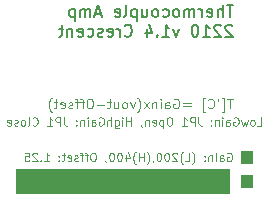
<source format=gbo>
G04 #@! TF.GenerationSoftware,KiCad,Pcbnew,(5.1.2)-1*
G04 #@! TF.CreationDate,2022-10-08T12:37:54+09:00*
G04 #@! TF.ProjectId,thamp,7468616d-702e-46b6-9963-61645f706362,v1.2*
G04 #@! TF.SameCoordinates,Original*
G04 #@! TF.FileFunction,Legend,Bot*
G04 #@! TF.FilePolarity,Positive*
%FSLAX46Y46*%
G04 Gerber Fmt 4.6, Leading zero omitted, Abs format (unit mm)*
G04 Created by KiCad (PCBNEW (5.1.2)-1) date 2022-10-08 12:37:54*
%MOMM*%
%LPD*%
G04 APERTURE LIST*
%ADD10C,0.120000*%
%ADD11C,0.100000*%
%ADD12C,0.150000*%
%ADD13C,1.102000*%
%ADD14C,3.302000*%
%ADD15O,1.802000X1.802000*%
%ADD16R,1.802000X1.802000*%
%ADD17C,3.102000*%
%ADD18R,3.102000X3.102000*%
G04 APERTURE END LIST*
D10*
X147400000Y-111816666D02*
X147733333Y-111816666D01*
X147733333Y-111116666D01*
X147066666Y-111816666D02*
X147133333Y-111783333D01*
X147166666Y-111750000D01*
X147200000Y-111683333D01*
X147200000Y-111483333D01*
X147166666Y-111416666D01*
X147133333Y-111383333D01*
X147066666Y-111350000D01*
X146966666Y-111350000D01*
X146900000Y-111383333D01*
X146866666Y-111416666D01*
X146833333Y-111483333D01*
X146833333Y-111683333D01*
X146866666Y-111750000D01*
X146900000Y-111783333D01*
X146966666Y-111816666D01*
X147066666Y-111816666D01*
X146600000Y-111350000D02*
X146466666Y-111816666D01*
X146333333Y-111483333D01*
X146200000Y-111816666D01*
X146066666Y-111350000D01*
X145433333Y-111150000D02*
X145500000Y-111116666D01*
X145600000Y-111116666D01*
X145700000Y-111150000D01*
X145766666Y-111216666D01*
X145800000Y-111283333D01*
X145833333Y-111416666D01*
X145833333Y-111516666D01*
X145800000Y-111650000D01*
X145766666Y-111716666D01*
X145700000Y-111783333D01*
X145600000Y-111816666D01*
X145533333Y-111816666D01*
X145433333Y-111783333D01*
X145400000Y-111750000D01*
X145400000Y-111516666D01*
X145533333Y-111516666D01*
X144800000Y-111816666D02*
X144800000Y-111450000D01*
X144833333Y-111383333D01*
X144900000Y-111350000D01*
X145033333Y-111350000D01*
X145100000Y-111383333D01*
X144800000Y-111783333D02*
X144866666Y-111816666D01*
X145033333Y-111816666D01*
X145100000Y-111783333D01*
X145133333Y-111716666D01*
X145133333Y-111650000D01*
X145100000Y-111583333D01*
X145033333Y-111550000D01*
X144866666Y-111550000D01*
X144800000Y-111516666D01*
X144466666Y-111816666D02*
X144466666Y-111350000D01*
X144466666Y-111116666D02*
X144500000Y-111150000D01*
X144466666Y-111183333D01*
X144433333Y-111150000D01*
X144466666Y-111116666D01*
X144466666Y-111183333D01*
X144133333Y-111350000D02*
X144133333Y-111816666D01*
X144133333Y-111416666D02*
X144100000Y-111383333D01*
X144033333Y-111350000D01*
X143933333Y-111350000D01*
X143866666Y-111383333D01*
X143833333Y-111450000D01*
X143833333Y-111816666D01*
X143500000Y-111750000D02*
X143466666Y-111783333D01*
X143500000Y-111816666D01*
X143533333Y-111783333D01*
X143500000Y-111750000D01*
X143500000Y-111816666D01*
X143500000Y-111383333D02*
X143466666Y-111416666D01*
X143500000Y-111450000D01*
X143533333Y-111416666D01*
X143500000Y-111383333D01*
X143500000Y-111450000D01*
X142433333Y-111116666D02*
X142433333Y-111616666D01*
X142466666Y-111716666D01*
X142533333Y-111783333D01*
X142633333Y-111816666D01*
X142700000Y-111816666D01*
X142100000Y-111816666D02*
X142100000Y-111116666D01*
X141833333Y-111116666D01*
X141766666Y-111150000D01*
X141733333Y-111183333D01*
X141700000Y-111250000D01*
X141700000Y-111350000D01*
X141733333Y-111416666D01*
X141766666Y-111450000D01*
X141833333Y-111483333D01*
X142100000Y-111483333D01*
X141033333Y-111816666D02*
X141433333Y-111816666D01*
X141233333Y-111816666D02*
X141233333Y-111116666D01*
X141300000Y-111216666D01*
X141366666Y-111283333D01*
X141433333Y-111316666D01*
X140066666Y-111116666D02*
X139933333Y-111116666D01*
X139866666Y-111150000D01*
X139800000Y-111216666D01*
X139766666Y-111350000D01*
X139766666Y-111583333D01*
X139800000Y-111716666D01*
X139866666Y-111783333D01*
X139933333Y-111816666D01*
X140066666Y-111816666D01*
X140133333Y-111783333D01*
X140200000Y-111716666D01*
X140233333Y-111583333D01*
X140233333Y-111350000D01*
X140200000Y-111216666D01*
X140133333Y-111150000D01*
X140066666Y-111116666D01*
X139466666Y-111350000D02*
X139466666Y-112050000D01*
X139466666Y-111383333D02*
X139400000Y-111350000D01*
X139266666Y-111350000D01*
X139200000Y-111383333D01*
X139166666Y-111416666D01*
X139133333Y-111483333D01*
X139133333Y-111683333D01*
X139166666Y-111750000D01*
X139200000Y-111783333D01*
X139266666Y-111816666D01*
X139400000Y-111816666D01*
X139466666Y-111783333D01*
X138566666Y-111783333D02*
X138633333Y-111816666D01*
X138766666Y-111816666D01*
X138833333Y-111783333D01*
X138866666Y-111716666D01*
X138866666Y-111450000D01*
X138833333Y-111383333D01*
X138766666Y-111350000D01*
X138633333Y-111350000D01*
X138566666Y-111383333D01*
X138533333Y-111450000D01*
X138533333Y-111516666D01*
X138866666Y-111583333D01*
X138233333Y-111350000D02*
X138233333Y-111816666D01*
X138233333Y-111416666D02*
X138200000Y-111383333D01*
X138133333Y-111350000D01*
X138033333Y-111350000D01*
X137966666Y-111383333D01*
X137933333Y-111450000D01*
X137933333Y-111816666D01*
X137566666Y-111783333D02*
X137566666Y-111816666D01*
X137600000Y-111883333D01*
X137633333Y-111916666D01*
X136733333Y-111816666D02*
X136733333Y-111116666D01*
X136733333Y-111450000D02*
X136333333Y-111450000D01*
X136333333Y-111816666D02*
X136333333Y-111116666D01*
X136000000Y-111816666D02*
X136000000Y-111350000D01*
X136000000Y-111116666D02*
X136033333Y-111150000D01*
X136000000Y-111183333D01*
X135966666Y-111150000D01*
X136000000Y-111116666D01*
X136000000Y-111183333D01*
X135366666Y-111350000D02*
X135366666Y-111916666D01*
X135400000Y-111983333D01*
X135433333Y-112016666D01*
X135500000Y-112050000D01*
X135600000Y-112050000D01*
X135666666Y-112016666D01*
X135366666Y-111783333D02*
X135433333Y-111816666D01*
X135566666Y-111816666D01*
X135633333Y-111783333D01*
X135666666Y-111750000D01*
X135700000Y-111683333D01*
X135700000Y-111483333D01*
X135666666Y-111416666D01*
X135633333Y-111383333D01*
X135566666Y-111350000D01*
X135433333Y-111350000D01*
X135366666Y-111383333D01*
X135033333Y-111816666D02*
X135033333Y-111116666D01*
X134733333Y-111816666D02*
X134733333Y-111450000D01*
X134766666Y-111383333D01*
X134833333Y-111350000D01*
X134933333Y-111350000D01*
X135000000Y-111383333D01*
X135033333Y-111416666D01*
X134033333Y-111150000D02*
X134100000Y-111116666D01*
X134200000Y-111116666D01*
X134300000Y-111150000D01*
X134366666Y-111216666D01*
X134400000Y-111283333D01*
X134433333Y-111416666D01*
X134433333Y-111516666D01*
X134400000Y-111650000D01*
X134366666Y-111716666D01*
X134300000Y-111783333D01*
X134200000Y-111816666D01*
X134133333Y-111816666D01*
X134033333Y-111783333D01*
X134000000Y-111750000D01*
X134000000Y-111516666D01*
X134133333Y-111516666D01*
X133400000Y-111816666D02*
X133400000Y-111450000D01*
X133433333Y-111383333D01*
X133500000Y-111350000D01*
X133633333Y-111350000D01*
X133700000Y-111383333D01*
X133400000Y-111783333D02*
X133466666Y-111816666D01*
X133633333Y-111816666D01*
X133700000Y-111783333D01*
X133733333Y-111716666D01*
X133733333Y-111650000D01*
X133700000Y-111583333D01*
X133633333Y-111550000D01*
X133466666Y-111550000D01*
X133400000Y-111516666D01*
X133066666Y-111816666D02*
X133066666Y-111350000D01*
X133066666Y-111116666D02*
X133100000Y-111150000D01*
X133066666Y-111183333D01*
X133033333Y-111150000D01*
X133066666Y-111116666D01*
X133066666Y-111183333D01*
X132733333Y-111350000D02*
X132733333Y-111816666D01*
X132733333Y-111416666D02*
X132700000Y-111383333D01*
X132633333Y-111350000D01*
X132533333Y-111350000D01*
X132466666Y-111383333D01*
X132433333Y-111450000D01*
X132433333Y-111816666D01*
X132100000Y-111750000D02*
X132066666Y-111783333D01*
X132100000Y-111816666D01*
X132133333Y-111783333D01*
X132100000Y-111750000D01*
X132100000Y-111816666D01*
X132100000Y-111383333D02*
X132066666Y-111416666D01*
X132100000Y-111450000D01*
X132133333Y-111416666D01*
X132100000Y-111383333D01*
X132100000Y-111450000D01*
X131033333Y-111116666D02*
X131033333Y-111616666D01*
X131066666Y-111716666D01*
X131133333Y-111783333D01*
X131233333Y-111816666D01*
X131300000Y-111816666D01*
X130700000Y-111816666D02*
X130700000Y-111116666D01*
X130433333Y-111116666D01*
X130366666Y-111150000D01*
X130333333Y-111183333D01*
X130300000Y-111250000D01*
X130300000Y-111350000D01*
X130333333Y-111416666D01*
X130366666Y-111450000D01*
X130433333Y-111483333D01*
X130700000Y-111483333D01*
X129633333Y-111816666D02*
X130033333Y-111816666D01*
X129833333Y-111816666D02*
X129833333Y-111116666D01*
X129900000Y-111216666D01*
X129966666Y-111283333D01*
X130033333Y-111316666D01*
X128400000Y-111750000D02*
X128433333Y-111783333D01*
X128533333Y-111816666D01*
X128600000Y-111816666D01*
X128700000Y-111783333D01*
X128766666Y-111716666D01*
X128800000Y-111650000D01*
X128833333Y-111516666D01*
X128833333Y-111416666D01*
X128800000Y-111283333D01*
X128766666Y-111216666D01*
X128700000Y-111150000D01*
X128600000Y-111116666D01*
X128533333Y-111116666D01*
X128433333Y-111150000D01*
X128400000Y-111183333D01*
X128000000Y-111816666D02*
X128066666Y-111783333D01*
X128100000Y-111716666D01*
X128100000Y-111116666D01*
X127633333Y-111816666D02*
X127700000Y-111783333D01*
X127733333Y-111750000D01*
X127766666Y-111683333D01*
X127766666Y-111483333D01*
X127733333Y-111416666D01*
X127700000Y-111383333D01*
X127633333Y-111350000D01*
X127533333Y-111350000D01*
X127466666Y-111383333D01*
X127433333Y-111416666D01*
X127400000Y-111483333D01*
X127400000Y-111683333D01*
X127433333Y-111750000D01*
X127466666Y-111783333D01*
X127533333Y-111816666D01*
X127633333Y-111816666D01*
X127133333Y-111783333D02*
X127066666Y-111816666D01*
X126933333Y-111816666D01*
X126866666Y-111783333D01*
X126833333Y-111716666D01*
X126833333Y-111683333D01*
X126866666Y-111616666D01*
X126933333Y-111583333D01*
X127033333Y-111583333D01*
X127100000Y-111550000D01*
X127133333Y-111483333D01*
X127133333Y-111450000D01*
X127100000Y-111383333D01*
X127033333Y-111350000D01*
X126933333Y-111350000D01*
X126866666Y-111383333D01*
X126266666Y-111783333D02*
X126333333Y-111816666D01*
X126466666Y-111816666D01*
X126533333Y-111783333D01*
X126566666Y-111716666D01*
X126566666Y-111450000D01*
X126533333Y-111383333D01*
X126466666Y-111350000D01*
X126333333Y-111350000D01*
X126266666Y-111383333D01*
X126233333Y-111450000D01*
X126233333Y-111516666D01*
X126566666Y-111583333D01*
X144883333Y-114150000D02*
X144950000Y-114116666D01*
X145050000Y-114116666D01*
X145150000Y-114150000D01*
X145216666Y-114216666D01*
X145250000Y-114283333D01*
X145283333Y-114416666D01*
X145283333Y-114516666D01*
X145250000Y-114650000D01*
X145216666Y-114716666D01*
X145150000Y-114783333D01*
X145050000Y-114816666D01*
X144983333Y-114816666D01*
X144883333Y-114783333D01*
X144850000Y-114750000D01*
X144850000Y-114516666D01*
X144983333Y-114516666D01*
X144250000Y-114816666D02*
X144250000Y-114450000D01*
X144283333Y-114383333D01*
X144350000Y-114350000D01*
X144483333Y-114350000D01*
X144550000Y-114383333D01*
X144250000Y-114783333D02*
X144316666Y-114816666D01*
X144483333Y-114816666D01*
X144550000Y-114783333D01*
X144583333Y-114716666D01*
X144583333Y-114650000D01*
X144550000Y-114583333D01*
X144483333Y-114550000D01*
X144316666Y-114550000D01*
X144250000Y-114516666D01*
X143916666Y-114816666D02*
X143916666Y-114350000D01*
X143916666Y-114116666D02*
X143950000Y-114150000D01*
X143916666Y-114183333D01*
X143883333Y-114150000D01*
X143916666Y-114116666D01*
X143916666Y-114183333D01*
X143583333Y-114350000D02*
X143583333Y-114816666D01*
X143583333Y-114416666D02*
X143550000Y-114383333D01*
X143483333Y-114350000D01*
X143383333Y-114350000D01*
X143316666Y-114383333D01*
X143283333Y-114450000D01*
X143283333Y-114816666D01*
X142950000Y-114750000D02*
X142916666Y-114783333D01*
X142950000Y-114816666D01*
X142983333Y-114783333D01*
X142950000Y-114750000D01*
X142950000Y-114816666D01*
X142950000Y-114383333D02*
X142916666Y-114416666D01*
X142950000Y-114450000D01*
X142983333Y-114416666D01*
X142950000Y-114383333D01*
X142950000Y-114450000D01*
X141883333Y-115083333D02*
X141916666Y-115050000D01*
X141983333Y-114950000D01*
X142016666Y-114883333D01*
X142050000Y-114783333D01*
X142083333Y-114616666D01*
X142083333Y-114483333D01*
X142050000Y-114316666D01*
X142016666Y-114216666D01*
X141983333Y-114150000D01*
X141916666Y-114050000D01*
X141883333Y-114016666D01*
X141283333Y-114816666D02*
X141616666Y-114816666D01*
X141616666Y-114116666D01*
X141116666Y-115083333D02*
X141083333Y-115050000D01*
X141016666Y-114950000D01*
X140983333Y-114883333D01*
X140950000Y-114783333D01*
X140916666Y-114616666D01*
X140916666Y-114483333D01*
X140950000Y-114316666D01*
X140983333Y-114216666D01*
X141016666Y-114150000D01*
X141083333Y-114050000D01*
X141116666Y-114016666D01*
X140616666Y-114183333D02*
X140583333Y-114150000D01*
X140516666Y-114116666D01*
X140350000Y-114116666D01*
X140283333Y-114150000D01*
X140250000Y-114183333D01*
X140216666Y-114250000D01*
X140216666Y-114316666D01*
X140250000Y-114416666D01*
X140650000Y-114816666D01*
X140216666Y-114816666D01*
X139783333Y-114116666D02*
X139716666Y-114116666D01*
X139650000Y-114150000D01*
X139616666Y-114183333D01*
X139583333Y-114250000D01*
X139550000Y-114383333D01*
X139550000Y-114550000D01*
X139583333Y-114683333D01*
X139616666Y-114750000D01*
X139650000Y-114783333D01*
X139716666Y-114816666D01*
X139783333Y-114816666D01*
X139850000Y-114783333D01*
X139883333Y-114750000D01*
X139916666Y-114683333D01*
X139950000Y-114550000D01*
X139950000Y-114383333D01*
X139916666Y-114250000D01*
X139883333Y-114183333D01*
X139850000Y-114150000D01*
X139783333Y-114116666D01*
X139116666Y-114116666D02*
X139050000Y-114116666D01*
X138983333Y-114150000D01*
X138950000Y-114183333D01*
X138916666Y-114250000D01*
X138883333Y-114383333D01*
X138883333Y-114550000D01*
X138916666Y-114683333D01*
X138950000Y-114750000D01*
X138983333Y-114783333D01*
X139050000Y-114816666D01*
X139116666Y-114816666D01*
X139183333Y-114783333D01*
X139216666Y-114750000D01*
X139250000Y-114683333D01*
X139283333Y-114550000D01*
X139283333Y-114383333D01*
X139250000Y-114250000D01*
X139216666Y-114183333D01*
X139183333Y-114150000D01*
X139116666Y-114116666D01*
X138550000Y-114783333D02*
X138550000Y-114816666D01*
X138583333Y-114883333D01*
X138616666Y-114916666D01*
X138050000Y-115083333D02*
X138083333Y-115050000D01*
X138150000Y-114950000D01*
X138183333Y-114883333D01*
X138216666Y-114783333D01*
X138250000Y-114616666D01*
X138250000Y-114483333D01*
X138216666Y-114316666D01*
X138183333Y-114216666D01*
X138150000Y-114150000D01*
X138083333Y-114050000D01*
X138050000Y-114016666D01*
X137783333Y-114816666D02*
X137783333Y-114116666D01*
X137783333Y-114450000D02*
X137383333Y-114450000D01*
X137383333Y-114816666D02*
X137383333Y-114116666D01*
X137116666Y-115083333D02*
X137083333Y-115050000D01*
X137016666Y-114950000D01*
X136983333Y-114883333D01*
X136950000Y-114783333D01*
X136916666Y-114616666D01*
X136916666Y-114483333D01*
X136950000Y-114316666D01*
X136983333Y-114216666D01*
X137016666Y-114150000D01*
X137083333Y-114050000D01*
X137116666Y-114016666D01*
X136283333Y-114350000D02*
X136283333Y-114816666D01*
X136450000Y-114083333D02*
X136616666Y-114583333D01*
X136183333Y-114583333D01*
X135783333Y-114116666D02*
X135716666Y-114116666D01*
X135650000Y-114150000D01*
X135616666Y-114183333D01*
X135583333Y-114250000D01*
X135550000Y-114383333D01*
X135550000Y-114550000D01*
X135583333Y-114683333D01*
X135616666Y-114750000D01*
X135650000Y-114783333D01*
X135716666Y-114816666D01*
X135783333Y-114816666D01*
X135850000Y-114783333D01*
X135883333Y-114750000D01*
X135916666Y-114683333D01*
X135950000Y-114550000D01*
X135950000Y-114383333D01*
X135916666Y-114250000D01*
X135883333Y-114183333D01*
X135850000Y-114150000D01*
X135783333Y-114116666D01*
X135116666Y-114116666D02*
X135050000Y-114116666D01*
X134983333Y-114150000D01*
X134950000Y-114183333D01*
X134916666Y-114250000D01*
X134883333Y-114383333D01*
X134883333Y-114550000D01*
X134916666Y-114683333D01*
X134950000Y-114750000D01*
X134983333Y-114783333D01*
X135050000Y-114816666D01*
X135116666Y-114816666D01*
X135183333Y-114783333D01*
X135216666Y-114750000D01*
X135250000Y-114683333D01*
X135283333Y-114550000D01*
X135283333Y-114383333D01*
X135250000Y-114250000D01*
X135216666Y-114183333D01*
X135183333Y-114150000D01*
X135116666Y-114116666D01*
X134550000Y-114783333D02*
X134550000Y-114816666D01*
X134583333Y-114883333D01*
X134616666Y-114916666D01*
X133583333Y-114116666D02*
X133450000Y-114116666D01*
X133383333Y-114150000D01*
X133316666Y-114216666D01*
X133283333Y-114350000D01*
X133283333Y-114583333D01*
X133316666Y-114716666D01*
X133383333Y-114783333D01*
X133450000Y-114816666D01*
X133583333Y-114816666D01*
X133650000Y-114783333D01*
X133716666Y-114716666D01*
X133750000Y-114583333D01*
X133750000Y-114350000D01*
X133716666Y-114216666D01*
X133650000Y-114150000D01*
X133583333Y-114116666D01*
X133083333Y-114350000D02*
X132816666Y-114350000D01*
X132983333Y-114816666D02*
X132983333Y-114216666D01*
X132950000Y-114150000D01*
X132883333Y-114116666D01*
X132816666Y-114116666D01*
X132683333Y-114350000D02*
X132416666Y-114350000D01*
X132583333Y-114816666D02*
X132583333Y-114216666D01*
X132550000Y-114150000D01*
X132483333Y-114116666D01*
X132416666Y-114116666D01*
X132216666Y-114783333D02*
X132150000Y-114816666D01*
X132016666Y-114816666D01*
X131950000Y-114783333D01*
X131916666Y-114716666D01*
X131916666Y-114683333D01*
X131950000Y-114616666D01*
X132016666Y-114583333D01*
X132116666Y-114583333D01*
X132183333Y-114550000D01*
X132216666Y-114483333D01*
X132216666Y-114450000D01*
X132183333Y-114383333D01*
X132116666Y-114350000D01*
X132016666Y-114350000D01*
X131950000Y-114383333D01*
X131350000Y-114783333D02*
X131416666Y-114816666D01*
X131550000Y-114816666D01*
X131616666Y-114783333D01*
X131650000Y-114716666D01*
X131650000Y-114450000D01*
X131616666Y-114383333D01*
X131550000Y-114350000D01*
X131416666Y-114350000D01*
X131350000Y-114383333D01*
X131316666Y-114450000D01*
X131316666Y-114516666D01*
X131650000Y-114583333D01*
X131116666Y-114350000D02*
X130850000Y-114350000D01*
X131016666Y-114116666D02*
X131016666Y-114716666D01*
X130983333Y-114783333D01*
X130916666Y-114816666D01*
X130850000Y-114816666D01*
X130616666Y-114750000D02*
X130583333Y-114783333D01*
X130616666Y-114816666D01*
X130650000Y-114783333D01*
X130616666Y-114750000D01*
X130616666Y-114816666D01*
X130616666Y-114383333D02*
X130583333Y-114416666D01*
X130616666Y-114450000D01*
X130650000Y-114416666D01*
X130616666Y-114383333D01*
X130616666Y-114450000D01*
X129383333Y-114816666D02*
X129783333Y-114816666D01*
X129583333Y-114816666D02*
X129583333Y-114116666D01*
X129650000Y-114216666D01*
X129716666Y-114283333D01*
X129783333Y-114316666D01*
X129083333Y-114750000D02*
X129050000Y-114783333D01*
X129083333Y-114816666D01*
X129116666Y-114783333D01*
X129083333Y-114750000D01*
X129083333Y-114816666D01*
X128783333Y-114183333D02*
X128750000Y-114150000D01*
X128683333Y-114116666D01*
X128516666Y-114116666D01*
X128450000Y-114150000D01*
X128416666Y-114183333D01*
X128383333Y-114250000D01*
X128383333Y-114316666D01*
X128416666Y-114416666D01*
X128816666Y-114816666D01*
X128383333Y-114816666D01*
X127750000Y-114116666D02*
X128083333Y-114116666D01*
X128116666Y-114450000D01*
X128083333Y-114416666D01*
X128016666Y-114383333D01*
X127850000Y-114383333D01*
X127783333Y-114416666D01*
X127750000Y-114450000D01*
X127716666Y-114516666D01*
X127716666Y-114683333D01*
X127750000Y-114750000D01*
X127783333Y-114783333D01*
X127850000Y-114816666D01*
X128016666Y-114816666D01*
X128083333Y-114783333D01*
X128116666Y-114750000D01*
D11*
G36*
X145000000Y-117500000D02*
G01*
X127000000Y-117500000D01*
X127000000Y-115500000D01*
X145000000Y-115500000D01*
X145000000Y-117500000D01*
G37*
X145000000Y-117500000D02*
X127000000Y-117500000D01*
X127000000Y-115500000D01*
X145000000Y-115500000D01*
X145000000Y-117500000D01*
G36*
X147000000Y-117000000D02*
G01*
X146000000Y-117000000D01*
X146000000Y-116000000D01*
X147000000Y-116000000D01*
X147000000Y-117000000D01*
G37*
X147000000Y-117000000D02*
X146000000Y-117000000D01*
X146000000Y-116000000D01*
X147000000Y-116000000D01*
X147000000Y-117000000D01*
G36*
X147000000Y-115000000D02*
G01*
X146000000Y-115000000D01*
X146000000Y-114000000D01*
X147000000Y-114000000D01*
X147000000Y-115000000D01*
G37*
X147000000Y-115000000D02*
X146000000Y-115000000D01*
X146000000Y-114000000D01*
X147000000Y-114000000D01*
X147000000Y-115000000D01*
D10*
X145347619Y-109561904D02*
X144890476Y-109561904D01*
X145119047Y-110361904D02*
X145119047Y-109561904D01*
X144395238Y-110628571D02*
X144585714Y-110628571D01*
X144585714Y-109485714D01*
X144395238Y-109485714D01*
X144052380Y-109561904D02*
X144128571Y-109714285D01*
X143252380Y-110285714D02*
X143290476Y-110323809D01*
X143404761Y-110361904D01*
X143480952Y-110361904D01*
X143595238Y-110323809D01*
X143671428Y-110247619D01*
X143709523Y-110171428D01*
X143747619Y-110019047D01*
X143747619Y-109904761D01*
X143709523Y-109752380D01*
X143671428Y-109676190D01*
X143595238Y-109600000D01*
X143480952Y-109561904D01*
X143404761Y-109561904D01*
X143290476Y-109600000D01*
X143252380Y-109638095D01*
X142985714Y-110628571D02*
X142795238Y-110628571D01*
X142795238Y-109485714D01*
X142985714Y-109485714D01*
X141766666Y-109942857D02*
X141157142Y-109942857D01*
X141157142Y-110171428D02*
X141766666Y-110171428D01*
X140357142Y-109600000D02*
X140433333Y-109561904D01*
X140547619Y-109561904D01*
X140661904Y-109600000D01*
X140738095Y-109676190D01*
X140776190Y-109752380D01*
X140814285Y-109904761D01*
X140814285Y-110019047D01*
X140776190Y-110171428D01*
X140738095Y-110247619D01*
X140661904Y-110323809D01*
X140547619Y-110361904D01*
X140471428Y-110361904D01*
X140357142Y-110323809D01*
X140319047Y-110285714D01*
X140319047Y-110019047D01*
X140471428Y-110019047D01*
X139633333Y-110361904D02*
X139633333Y-109942857D01*
X139671428Y-109866666D01*
X139747619Y-109828571D01*
X139900000Y-109828571D01*
X139976190Y-109866666D01*
X139633333Y-110323809D02*
X139709523Y-110361904D01*
X139900000Y-110361904D01*
X139976190Y-110323809D01*
X140014285Y-110247619D01*
X140014285Y-110171428D01*
X139976190Y-110095238D01*
X139900000Y-110057142D01*
X139709523Y-110057142D01*
X139633333Y-110019047D01*
X139252380Y-110361904D02*
X139252380Y-109828571D01*
X139252380Y-109561904D02*
X139290476Y-109600000D01*
X139252380Y-109638095D01*
X139214285Y-109600000D01*
X139252380Y-109561904D01*
X139252380Y-109638095D01*
X138871428Y-109828571D02*
X138871428Y-110361904D01*
X138871428Y-109904761D02*
X138833333Y-109866666D01*
X138757142Y-109828571D01*
X138642857Y-109828571D01*
X138566666Y-109866666D01*
X138528571Y-109942857D01*
X138528571Y-110361904D01*
X138223809Y-110361904D02*
X137804761Y-109828571D01*
X138223809Y-109828571D02*
X137804761Y-110361904D01*
X137271428Y-110666666D02*
X137309523Y-110628571D01*
X137385714Y-110514285D01*
X137423809Y-110438095D01*
X137461904Y-110323809D01*
X137500000Y-110133333D01*
X137500000Y-109980952D01*
X137461904Y-109790476D01*
X137423809Y-109676190D01*
X137385714Y-109600000D01*
X137309523Y-109485714D01*
X137271428Y-109447619D01*
X137042857Y-109828571D02*
X136852380Y-110361904D01*
X136661904Y-109828571D01*
X136242857Y-110361904D02*
X136319047Y-110323809D01*
X136357142Y-110285714D01*
X136395238Y-110209523D01*
X136395238Y-109980952D01*
X136357142Y-109904761D01*
X136319047Y-109866666D01*
X136242857Y-109828571D01*
X136128571Y-109828571D01*
X136052380Y-109866666D01*
X136014285Y-109904761D01*
X135976190Y-109980952D01*
X135976190Y-110209523D01*
X136014285Y-110285714D01*
X136052380Y-110323809D01*
X136128571Y-110361904D01*
X136242857Y-110361904D01*
X135290476Y-109828571D02*
X135290476Y-110361904D01*
X135633333Y-109828571D02*
X135633333Y-110247619D01*
X135595238Y-110323809D01*
X135519047Y-110361904D01*
X135404761Y-110361904D01*
X135328571Y-110323809D01*
X135290476Y-110285714D01*
X135023809Y-109828571D02*
X134719047Y-109828571D01*
X134909523Y-109561904D02*
X134909523Y-110247619D01*
X134871428Y-110323809D01*
X134795238Y-110361904D01*
X134719047Y-110361904D01*
X134452380Y-110057142D02*
X133842857Y-110057142D01*
X133309523Y-109561904D02*
X133157142Y-109561904D01*
X133080952Y-109600000D01*
X133004761Y-109676190D01*
X132966666Y-109828571D01*
X132966666Y-110095238D01*
X133004761Y-110247619D01*
X133080952Y-110323809D01*
X133157142Y-110361904D01*
X133309523Y-110361904D01*
X133385714Y-110323809D01*
X133461904Y-110247619D01*
X133500000Y-110095238D01*
X133500000Y-109828571D01*
X133461904Y-109676190D01*
X133385714Y-109600000D01*
X133309523Y-109561904D01*
X132738095Y-109828571D02*
X132433333Y-109828571D01*
X132623809Y-110361904D02*
X132623809Y-109676190D01*
X132585714Y-109600000D01*
X132509523Y-109561904D01*
X132433333Y-109561904D01*
X132280952Y-109828571D02*
X131976190Y-109828571D01*
X132166666Y-110361904D02*
X132166666Y-109676190D01*
X132128571Y-109600000D01*
X132052380Y-109561904D01*
X131976190Y-109561904D01*
X131747619Y-110323809D02*
X131671428Y-110361904D01*
X131519047Y-110361904D01*
X131442857Y-110323809D01*
X131404761Y-110247619D01*
X131404761Y-110209523D01*
X131442857Y-110133333D01*
X131519047Y-110095238D01*
X131633333Y-110095238D01*
X131709523Y-110057142D01*
X131747619Y-109980952D01*
X131747619Y-109942857D01*
X131709523Y-109866666D01*
X131633333Y-109828571D01*
X131519047Y-109828571D01*
X131442857Y-109866666D01*
X130757142Y-110323809D02*
X130833333Y-110361904D01*
X130985714Y-110361904D01*
X131061904Y-110323809D01*
X131100000Y-110247619D01*
X131100000Y-109942857D01*
X131061904Y-109866666D01*
X130985714Y-109828571D01*
X130833333Y-109828571D01*
X130757142Y-109866666D01*
X130719047Y-109942857D01*
X130719047Y-110019047D01*
X131100000Y-110095238D01*
X130490476Y-109828571D02*
X130185714Y-109828571D01*
X130376190Y-109561904D02*
X130376190Y-110247619D01*
X130338095Y-110323809D01*
X130261904Y-110361904D01*
X130185714Y-110361904D01*
X129995238Y-110666666D02*
X129957142Y-110628571D01*
X129880952Y-110514285D01*
X129842857Y-110438095D01*
X129804761Y-110323809D01*
X129766666Y-110133333D01*
X129766666Y-109980952D01*
X129804761Y-109790476D01*
X129842857Y-109676190D01*
X129880952Y-109600000D01*
X129957142Y-109485714D01*
X129995238Y-109447619D01*
D12*
X145380952Y-101627380D02*
X144809523Y-101627380D01*
X145095238Y-102627380D02*
X145095238Y-101627380D01*
X144476190Y-102627380D02*
X144476190Y-101627380D01*
X144047619Y-102627380D02*
X144047619Y-102103571D01*
X144095238Y-102008333D01*
X144190476Y-101960714D01*
X144333333Y-101960714D01*
X144428571Y-102008333D01*
X144476190Y-102055952D01*
X143190476Y-102579761D02*
X143285714Y-102627380D01*
X143476190Y-102627380D01*
X143571428Y-102579761D01*
X143619047Y-102484523D01*
X143619047Y-102103571D01*
X143571428Y-102008333D01*
X143476190Y-101960714D01*
X143285714Y-101960714D01*
X143190476Y-102008333D01*
X143142857Y-102103571D01*
X143142857Y-102198809D01*
X143619047Y-102294047D01*
X142714285Y-102627380D02*
X142714285Y-101960714D01*
X142714285Y-102151190D02*
X142666666Y-102055952D01*
X142619047Y-102008333D01*
X142523809Y-101960714D01*
X142428571Y-101960714D01*
X142095238Y-102627380D02*
X142095238Y-101960714D01*
X142095238Y-102055952D02*
X142047619Y-102008333D01*
X141952380Y-101960714D01*
X141809523Y-101960714D01*
X141714285Y-102008333D01*
X141666666Y-102103571D01*
X141666666Y-102627380D01*
X141666666Y-102103571D02*
X141619047Y-102008333D01*
X141523809Y-101960714D01*
X141380952Y-101960714D01*
X141285714Y-102008333D01*
X141238095Y-102103571D01*
X141238095Y-102627380D01*
X140619047Y-102627380D02*
X140714285Y-102579761D01*
X140761904Y-102532142D01*
X140809523Y-102436904D01*
X140809523Y-102151190D01*
X140761904Y-102055952D01*
X140714285Y-102008333D01*
X140619047Y-101960714D01*
X140476190Y-101960714D01*
X140380952Y-102008333D01*
X140333333Y-102055952D01*
X140285714Y-102151190D01*
X140285714Y-102436904D01*
X140333333Y-102532142D01*
X140380952Y-102579761D01*
X140476190Y-102627380D01*
X140619047Y-102627380D01*
X139428571Y-102579761D02*
X139523809Y-102627380D01*
X139714285Y-102627380D01*
X139809523Y-102579761D01*
X139857142Y-102532142D01*
X139904761Y-102436904D01*
X139904761Y-102151190D01*
X139857142Y-102055952D01*
X139809523Y-102008333D01*
X139714285Y-101960714D01*
X139523809Y-101960714D01*
X139428571Y-102008333D01*
X138857142Y-102627380D02*
X138952380Y-102579761D01*
X139000000Y-102532142D01*
X139047619Y-102436904D01*
X139047619Y-102151190D01*
X139000000Y-102055952D01*
X138952380Y-102008333D01*
X138857142Y-101960714D01*
X138714285Y-101960714D01*
X138619047Y-102008333D01*
X138571428Y-102055952D01*
X138523809Y-102151190D01*
X138523809Y-102436904D01*
X138571428Y-102532142D01*
X138619047Y-102579761D01*
X138714285Y-102627380D01*
X138857142Y-102627380D01*
X137666666Y-101960714D02*
X137666666Y-102627380D01*
X138095238Y-101960714D02*
X138095238Y-102484523D01*
X138047619Y-102579761D01*
X137952380Y-102627380D01*
X137809523Y-102627380D01*
X137714285Y-102579761D01*
X137666666Y-102532142D01*
X137190476Y-101960714D02*
X137190476Y-102960714D01*
X137190476Y-102008333D02*
X137095238Y-101960714D01*
X136904761Y-101960714D01*
X136809523Y-102008333D01*
X136761904Y-102055952D01*
X136714285Y-102151190D01*
X136714285Y-102436904D01*
X136761904Y-102532142D01*
X136809523Y-102579761D01*
X136904761Y-102627380D01*
X137095238Y-102627380D01*
X137190476Y-102579761D01*
X136142857Y-102627380D02*
X136238095Y-102579761D01*
X136285714Y-102484523D01*
X136285714Y-101627380D01*
X135380952Y-102579761D02*
X135476190Y-102627380D01*
X135666666Y-102627380D01*
X135761904Y-102579761D01*
X135809523Y-102484523D01*
X135809523Y-102103571D01*
X135761904Y-102008333D01*
X135666666Y-101960714D01*
X135476190Y-101960714D01*
X135380952Y-102008333D01*
X135333333Y-102103571D01*
X135333333Y-102198809D01*
X135809523Y-102294047D01*
X134190476Y-102341666D02*
X133714285Y-102341666D01*
X134285714Y-102627380D02*
X133952380Y-101627380D01*
X133619047Y-102627380D01*
X133285714Y-102627380D02*
X133285714Y-101960714D01*
X133285714Y-102055952D02*
X133238095Y-102008333D01*
X133142857Y-101960714D01*
X133000000Y-101960714D01*
X132904761Y-102008333D01*
X132857142Y-102103571D01*
X132857142Y-102627380D01*
X132857142Y-102103571D02*
X132809523Y-102008333D01*
X132714285Y-101960714D01*
X132571428Y-101960714D01*
X132476190Y-102008333D01*
X132428571Y-102103571D01*
X132428571Y-102627380D01*
X131952380Y-101960714D02*
X131952380Y-102960714D01*
X131952380Y-102008333D02*
X131857142Y-101960714D01*
X131666666Y-101960714D01*
X131571428Y-102008333D01*
X131523809Y-102055952D01*
X131476190Y-102151190D01*
X131476190Y-102436904D01*
X131523809Y-102532142D01*
X131571428Y-102579761D01*
X131666666Y-102627380D01*
X131857142Y-102627380D01*
X131952380Y-102579761D01*
X145285714Y-103372619D02*
X145238095Y-103325000D01*
X145142857Y-103277380D01*
X144904761Y-103277380D01*
X144809523Y-103325000D01*
X144761904Y-103372619D01*
X144714285Y-103467857D01*
X144714285Y-103563095D01*
X144761904Y-103705952D01*
X145333333Y-104277380D01*
X144714285Y-104277380D01*
X144333333Y-103372619D02*
X144285714Y-103325000D01*
X144190476Y-103277380D01*
X143952380Y-103277380D01*
X143857142Y-103325000D01*
X143809523Y-103372619D01*
X143761904Y-103467857D01*
X143761904Y-103563095D01*
X143809523Y-103705952D01*
X144380952Y-104277380D01*
X143761904Y-104277380D01*
X142809523Y-104277380D02*
X143380952Y-104277380D01*
X143095238Y-104277380D02*
X143095238Y-103277380D01*
X143190476Y-103420238D01*
X143285714Y-103515476D01*
X143380952Y-103563095D01*
X142190476Y-103277380D02*
X142095238Y-103277380D01*
X142000000Y-103325000D01*
X141952380Y-103372619D01*
X141904761Y-103467857D01*
X141857142Y-103658333D01*
X141857142Y-103896428D01*
X141904761Y-104086904D01*
X141952380Y-104182142D01*
X142000000Y-104229761D01*
X142095238Y-104277380D01*
X142190476Y-104277380D01*
X142285714Y-104229761D01*
X142333333Y-104182142D01*
X142380952Y-104086904D01*
X142428571Y-103896428D01*
X142428571Y-103658333D01*
X142380952Y-103467857D01*
X142333333Y-103372619D01*
X142285714Y-103325000D01*
X142190476Y-103277380D01*
X140761904Y-103610714D02*
X140523809Y-104277380D01*
X140285714Y-103610714D01*
X139380952Y-104277380D02*
X139952380Y-104277380D01*
X139666666Y-104277380D02*
X139666666Y-103277380D01*
X139761904Y-103420238D01*
X139857142Y-103515476D01*
X139952380Y-103563095D01*
X138952380Y-104182142D02*
X138904761Y-104229761D01*
X138952380Y-104277380D01*
X139000000Y-104229761D01*
X138952380Y-104182142D01*
X138952380Y-104277380D01*
X138047619Y-103610714D02*
X138047619Y-104277380D01*
X138285714Y-103229761D02*
X138523809Y-103944047D01*
X137904761Y-103944047D01*
X136190476Y-104182142D02*
X136238095Y-104229761D01*
X136380952Y-104277380D01*
X136476190Y-104277380D01*
X136619047Y-104229761D01*
X136714285Y-104134523D01*
X136761904Y-104039285D01*
X136809523Y-103848809D01*
X136809523Y-103705952D01*
X136761904Y-103515476D01*
X136714285Y-103420238D01*
X136619047Y-103325000D01*
X136476190Y-103277380D01*
X136380952Y-103277380D01*
X136238095Y-103325000D01*
X136190476Y-103372619D01*
X135761904Y-104277380D02*
X135761904Y-103610714D01*
X135761904Y-103801190D02*
X135714285Y-103705952D01*
X135666666Y-103658333D01*
X135571428Y-103610714D01*
X135476190Y-103610714D01*
X134761904Y-104229761D02*
X134857142Y-104277380D01*
X135047619Y-104277380D01*
X135142857Y-104229761D01*
X135190476Y-104134523D01*
X135190476Y-103753571D01*
X135142857Y-103658333D01*
X135047619Y-103610714D01*
X134857142Y-103610714D01*
X134761904Y-103658333D01*
X134714285Y-103753571D01*
X134714285Y-103848809D01*
X135190476Y-103944047D01*
X134333333Y-104229761D02*
X134238095Y-104277380D01*
X134047619Y-104277380D01*
X133952380Y-104229761D01*
X133904761Y-104134523D01*
X133904761Y-104086904D01*
X133952380Y-103991666D01*
X134047619Y-103944047D01*
X134190476Y-103944047D01*
X134285714Y-103896428D01*
X134333333Y-103801190D01*
X134333333Y-103753571D01*
X134285714Y-103658333D01*
X134190476Y-103610714D01*
X134047619Y-103610714D01*
X133952380Y-103658333D01*
X133047619Y-104229761D02*
X133142857Y-104277380D01*
X133333333Y-104277380D01*
X133428571Y-104229761D01*
X133476190Y-104182142D01*
X133523809Y-104086904D01*
X133523809Y-103801190D01*
X133476190Y-103705952D01*
X133428571Y-103658333D01*
X133333333Y-103610714D01*
X133142857Y-103610714D01*
X133047619Y-103658333D01*
X132238095Y-104229761D02*
X132333333Y-104277380D01*
X132523809Y-104277380D01*
X132619047Y-104229761D01*
X132666666Y-104134523D01*
X132666666Y-103753571D01*
X132619047Y-103658333D01*
X132523809Y-103610714D01*
X132333333Y-103610714D01*
X132238095Y-103658333D01*
X132190476Y-103753571D01*
X132190476Y-103848809D01*
X132666666Y-103944047D01*
X131761904Y-103610714D02*
X131761904Y-104277380D01*
X131761904Y-103705952D02*
X131714285Y-103658333D01*
X131619047Y-103610714D01*
X131476190Y-103610714D01*
X131380952Y-103658333D01*
X131333333Y-103753571D01*
X131333333Y-104277380D01*
X131000000Y-103610714D02*
X130619047Y-103610714D01*
X130857142Y-103277380D02*
X130857142Y-104134523D01*
X130809523Y-104229761D01*
X130714285Y-104277380D01*
X130619047Y-104277380D01*
%LPC*%
D13*
X126900000Y-104600000D03*
D14*
X123000000Y-103000000D03*
X123000000Y-122000000D03*
D15*
X137110000Y-123460000D03*
X134570000Y-123460000D03*
X132030000Y-123460000D03*
D16*
X129490000Y-123460000D03*
D17*
X150930000Y-115470000D03*
D18*
X150930000Y-110390000D03*
D15*
X121840000Y-115660000D03*
X121840000Y-113120000D03*
D16*
X121840000Y-110580000D03*
M02*

</source>
